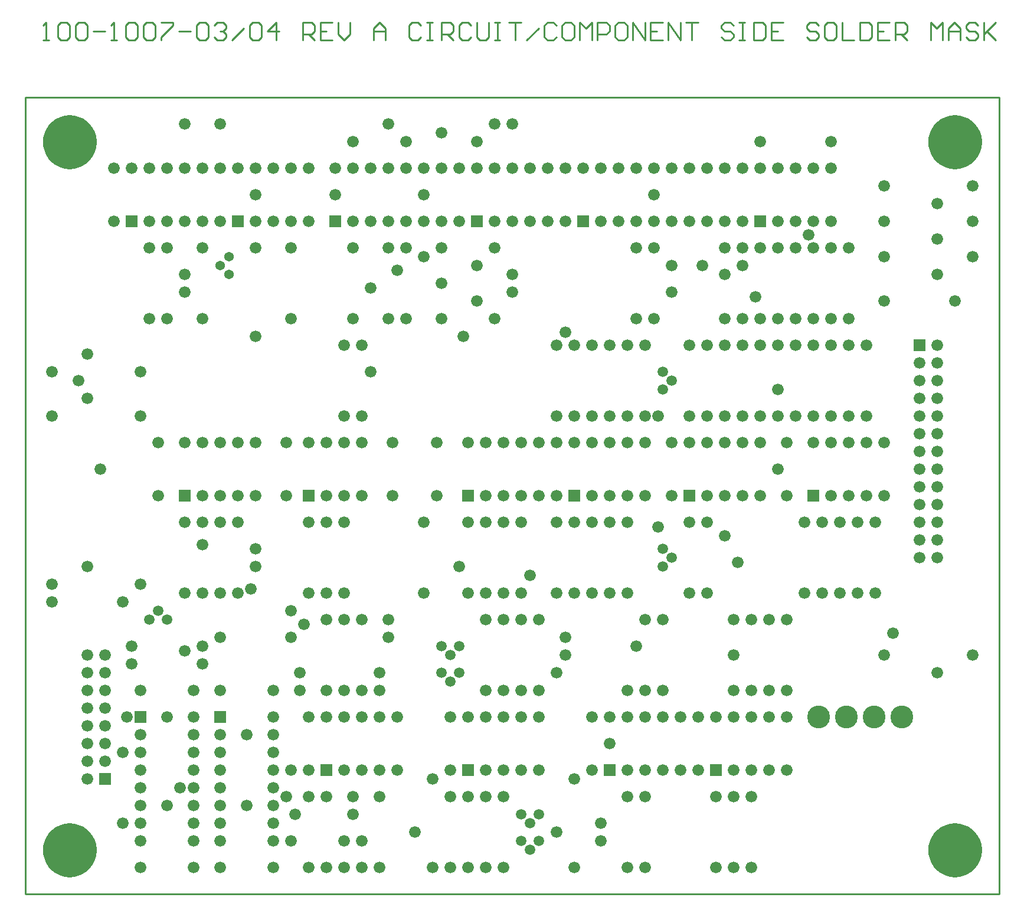
<source format=gbs>
*%FSLAX23Y23*%
*%MOIN*%
G01*
%ADD11C,0.006*%
%ADD12C,0.007*%
%ADD13C,0.008*%
%ADD14C,0.010*%
%ADD15C,0.012*%
%ADD16C,0.020*%
%ADD17C,0.032*%
%ADD18C,0.036*%
%ADD19C,0.050*%
%ADD20C,0.050*%
%ADD21C,0.052*%
%ADD22C,0.054*%
%ADD23C,0.055*%
%ADD24C,0.056*%
%ADD25C,0.059*%
%ADD26C,0.062*%
%ADD27C,0.066*%
%ADD28C,0.070*%
%ADD29C,0.090*%
%ADD30C,0.125*%
%ADD31C,0.129*%
%ADD32C,0.140*%
%ADD33C,0.160*%
%ADD34C,0.250*%
%ADD35R,0.062X0.062*%
%ADD36R,0.066X0.066*%
D14*
X6630Y10363D02*
X6663D01*
X6647D01*
Y10463D01*
X6648D01*
X6647D02*
X6630Y10446D01*
X6713D02*
X6730Y10463D01*
X6763D01*
X6780Y10446D01*
Y10380D01*
X6763Y10363D01*
X6730D01*
X6713Y10380D01*
Y10446D01*
X6813D02*
X6830Y10463D01*
X6863D01*
X6880Y10446D01*
Y10380D01*
X6863Y10363D01*
X6830D01*
X6813Y10380D01*
Y10446D01*
X6913Y10413D02*
X6980D01*
X7013Y10363D02*
X7047D01*
X7030D01*
Y10463D01*
X7031D01*
X7030D02*
X7013Y10446D01*
X7097D02*
X7113Y10463D01*
X7146D01*
X7163Y10446D01*
Y10380D01*
X7146Y10363D01*
X7113D01*
X7097Y10380D01*
Y10446D01*
X7196D02*
X7213Y10463D01*
X7246D01*
X7263Y10446D01*
Y10380D01*
X7246Y10363D01*
X7213D01*
X7196Y10380D01*
Y10446D01*
X7296Y10463D02*
X7363D01*
Y10446D01*
X7296Y10380D01*
Y10363D01*
X7396Y10413D02*
X7463D01*
X7496Y10446D02*
X7513Y10463D01*
X7546D01*
X7563Y10446D01*
Y10380D01*
X7546Y10363D01*
X7513D01*
X7496Y10380D01*
Y10446D01*
X7596D02*
X7613Y10463D01*
X7646D01*
X7663Y10446D01*
Y10430D01*
X7664D01*
X7663D02*
X7664D01*
X7663D02*
X7664D01*
X7663D02*
X7646Y10413D01*
X7630D01*
X7646D01*
X7663Y10396D01*
Y10380D01*
X7646Y10363D01*
X7613D01*
X7596Y10380D01*
X7696Y10363D02*
X7763Y10430D01*
X7796Y10446D02*
X7813Y10463D01*
X7846D01*
X7863Y10446D01*
Y10380D01*
X7846Y10363D01*
X7813D01*
X7796Y10380D01*
Y10446D01*
X7946Y10463D02*
Y10363D01*
X7896Y10413D02*
X7946Y10463D01*
X7963Y10413D02*
X7896D01*
X8096Y10363D02*
Y10463D01*
X8146D01*
X8163Y10446D01*
Y10413D01*
X8146Y10396D01*
X8096D01*
X8130D02*
X8163Y10363D01*
X8196Y10463D02*
X8263D01*
X8196D02*
Y10363D01*
X8263D01*
X8229Y10413D02*
X8196D01*
X8296Y10396D02*
Y10463D01*
Y10396D02*
X8329Y10363D01*
X8363Y10396D01*
Y10463D01*
X8496Y10430D02*
Y10363D01*
Y10430D02*
X8529Y10463D01*
X8563Y10430D01*
Y10363D01*
Y10413D01*
X8496D01*
X8746Y10463D02*
X8763Y10446D01*
X8746Y10463D02*
X8713D01*
X8696Y10446D01*
Y10380D01*
X8713Y10363D01*
X8746D01*
X8763Y10380D01*
X8796Y10463D02*
X8829D01*
X8813D01*
Y10363D01*
X8796D01*
X8829D01*
X8879D02*
Y10463D01*
X8929D01*
X8946Y10446D01*
Y10413D01*
X8929Y10396D01*
X8879D01*
X8913D02*
X8946Y10363D01*
X9046Y10446D02*
X9029Y10463D01*
X8996D01*
X8979Y10446D01*
Y10380D01*
X8996Y10363D01*
X9029D01*
X9046Y10380D01*
X9079D02*
Y10463D01*
Y10380D02*
X9096Y10363D01*
X9129D01*
X9146Y10380D01*
Y10463D01*
X9179D02*
X9212D01*
X9196D01*
Y10363D01*
X9179D01*
X9212D01*
X9262Y10463D02*
X9329D01*
X9296D01*
Y10363D01*
X9362D02*
X9429Y10430D01*
X9512Y10463D02*
X9529Y10446D01*
X9512Y10463D02*
X9479D01*
X9462Y10446D01*
Y10380D01*
X9479Y10363D01*
X9512D01*
X9529Y10380D01*
X9579Y10463D02*
X9612D01*
X9579D02*
X9562Y10446D01*
Y10380D01*
X9579Y10363D01*
X9612D01*
X9629Y10380D01*
Y10446D01*
X9612Y10463D01*
X9662D02*
Y10363D01*
X9696Y10430D02*
X9662Y10463D01*
X9696Y10430D02*
X9729Y10463D01*
Y10363D01*
X9762D02*
Y10463D01*
X9812D01*
X9829Y10446D01*
Y10413D01*
X9812Y10396D01*
X9762D01*
X9879Y10463D02*
X9912D01*
X9879D02*
X9862Y10446D01*
Y10380D01*
X9879Y10363D01*
X9912D01*
X9929Y10380D01*
Y10446D01*
X9912Y10463D01*
X9962D02*
Y10363D01*
X10029D02*
X9962Y10463D01*
X10029D02*
Y10363D01*
X10062Y10463D02*
X10129D01*
X10062D02*
Y10363D01*
X10129D01*
X10096Y10413D02*
X10062D01*
X10162Y10363D02*
Y10463D01*
X10229Y10363D01*
Y10463D01*
X10262D02*
X10329D01*
X10295D01*
Y10363D01*
X10512Y10463D02*
X10529Y10446D01*
X10512Y10463D02*
X10479D01*
X10462Y10446D01*
Y10430D01*
X10479Y10413D01*
X10512D01*
X10529Y10396D01*
Y10380D01*
X10512Y10363D01*
X10479D01*
X10462Y10380D01*
X10562Y10463D02*
X10595D01*
X10579D01*
Y10363D01*
X10562D01*
X10595D01*
X10645D02*
Y10463D01*
Y10363D02*
X10695D01*
X10712Y10380D01*
Y10446D01*
X10695Y10463D01*
X10645D01*
X10745D02*
X10812D01*
X10745D02*
Y10363D01*
X10812D01*
X10779Y10413D02*
X10745D01*
X10995Y10463D02*
X11012Y10446D01*
X10995Y10463D02*
X10962D01*
X10945Y10446D01*
Y10430D01*
X10962Y10413D01*
X10995D01*
X11012Y10396D01*
Y10380D01*
X10995Y10363D01*
X10962D01*
X10945Y10380D01*
X11062Y10463D02*
X11095D01*
X11062D02*
X11045Y10446D01*
Y10380D01*
X11062Y10363D01*
X11095D01*
X11112Y10380D01*
Y10446D01*
X11095Y10463D01*
X11145D02*
Y10363D01*
X11212D01*
X11245D02*
Y10463D01*
Y10363D02*
X11295D01*
X11312Y10380D01*
Y10446D01*
X11295Y10463D01*
X11245D01*
X11345D02*
X11412D01*
X11345D02*
Y10363D01*
X11412D01*
X11378Y10413D02*
X11345D01*
X11445Y10363D02*
Y10463D01*
X11495D01*
X11512Y10446D01*
Y10413D01*
X11495Y10396D01*
X11445D01*
X11478D02*
X11512Y10363D01*
X11645D02*
Y10463D01*
X11678Y10430D01*
X11712Y10463D01*
Y10363D01*
X11745D02*
Y10430D01*
X11778Y10463D01*
X11812Y10430D01*
Y10363D01*
Y10413D01*
X11745D01*
X11895Y10463D02*
X11912Y10446D01*
X11895Y10463D02*
X11862D01*
X11845Y10446D01*
Y10430D01*
X11862Y10413D01*
X11895D01*
X11912Y10396D01*
Y10380D01*
X11895Y10363D01*
X11862D01*
X11845Y10380D01*
X11945Y10363D02*
Y10463D01*
Y10396D02*
Y10363D01*
Y10396D02*
X12012Y10463D01*
X11962Y10413D01*
X12012Y10363D01*
X12030Y10038D02*
X6530D01*
Y5538D02*
X12030D01*
X6530D02*
Y10038D01*
X12030D02*
Y5538D01*
D20*
X11653Y9788D02*
X11654D01*
X11653D02*
X11653Y9778D01*
X11655Y9768D01*
X11657Y9758D01*
X11660Y9748D01*
X11663Y9738D01*
X11668Y9729D01*
X11673Y9720D01*
X11678Y9712D01*
X11685Y9704D01*
X11692Y9696D01*
X11700Y9690D01*
X11708Y9683D01*
X11716Y9678D01*
X11726Y9673D01*
X11735Y9669D01*
X11745Y9666D01*
X11755Y9664D01*
X11765Y9662D01*
X11775Y9661D01*
X11785D01*
X11795Y9662D01*
X11805Y9664D01*
X11815Y9666D01*
X11825Y9669D01*
X11834Y9673D01*
X11844Y9678D01*
X11852Y9683D01*
X11860Y9690D01*
X11868Y9696D01*
X11875Y9704D01*
X11882Y9712D01*
X11887Y9720D01*
X11892Y9729D01*
X11897Y9738D01*
X11900Y9748D01*
X11903Y9758D01*
X11905Y9768D01*
X11907Y9778D01*
X11907Y9788D01*
X11908D01*
X11907D02*
X11907Y9798D01*
X11905Y9808D01*
X11903Y9818D01*
X11900Y9828D01*
X11897Y9838D01*
X11892Y9847D01*
X11887Y9856D01*
X11882Y9864D01*
X11875Y9872D01*
X11868Y9880D01*
X11860Y9886D01*
X11852Y9893D01*
X11844Y9898D01*
X11834Y9903D01*
X11825Y9907D01*
X11815Y9910D01*
X11805Y9912D01*
X11795Y9914D01*
X11785Y9915D01*
X11775D01*
X11765Y9914D01*
X11755Y9912D01*
X11745Y9910D01*
X11735Y9907D01*
X11726Y9903D01*
X11716Y9898D01*
X11708Y9893D01*
X11700Y9886D01*
X11692Y9880D01*
X11685Y9872D01*
X11678Y9864D01*
X11673Y9856D01*
X11668Y9847D01*
X11663Y9838D01*
X11660Y9828D01*
X11657Y9818D01*
X11655Y9808D01*
X11653Y9798D01*
X11653Y9788D01*
X11701D02*
X11702D01*
X11701D02*
X11702Y9779D01*
X11703Y9770D01*
X11706Y9761D01*
X11709Y9753D01*
X11714Y9745D01*
X11719Y9737D01*
X11726Y9731D01*
X11733Y9725D01*
X11740Y9720D01*
X11749Y9715D01*
X11757Y9712D01*
X11766Y9710D01*
X11775Y9709D01*
X11785D01*
X11794Y9710D01*
X11803Y9712D01*
X11811Y9715D01*
X11820Y9720D01*
X11827Y9725D01*
X11834Y9731D01*
X11841Y9737D01*
X11846Y9745D01*
X11851Y9753D01*
X11854Y9761D01*
X11857Y9770D01*
X11858Y9779D01*
X11859Y9788D01*
X11860D01*
X11859D02*
X11858Y9797D01*
X11857Y9806D01*
X11854Y9815D01*
X11851Y9823D01*
X11846Y9831D01*
X11841Y9839D01*
X11834Y9845D01*
X11827Y9851D01*
X11820Y9856D01*
X11811Y9861D01*
X11803Y9864D01*
X11794Y9866D01*
X11785Y9867D01*
X11775D01*
X11766Y9866D01*
X11757Y9864D01*
X11749Y9861D01*
X11740Y9856D01*
X11733Y9851D01*
X11726Y9845D01*
X11719Y9839D01*
X11714Y9831D01*
X11709Y9823D01*
X11706Y9815D01*
X11703Y9806D01*
X11702Y9797D01*
X11701Y9788D01*
X11749D02*
X11750D01*
X11749D02*
X11750Y9782D01*
X11752Y9775D01*
X11755Y9770D01*
X11759Y9765D01*
X11764Y9761D01*
X11770Y9759D01*
X11777Y9757D01*
X11783D01*
X11790Y9759D01*
X11796Y9761D01*
X11801Y9765D01*
X11805Y9770D01*
X11808Y9775D01*
X11810Y9782D01*
X11811Y9788D01*
X11812D01*
X11811D02*
X11810Y9794D01*
X11808Y9801D01*
X11805Y9806D01*
X11801Y9811D01*
X11796Y9815D01*
X11790Y9817D01*
X11783Y9819D01*
X11777D01*
X11770Y9817D01*
X11764Y9815D01*
X11759Y9811D01*
X11755Y9806D01*
X11752Y9801D01*
X11750Y9794D01*
X11749Y9788D01*
X11780D02*
D03*
X11653Y5788D02*
X11654D01*
X11653D02*
X11653Y5778D01*
X11655Y5768D01*
X11657Y5758D01*
X11660Y5748D01*
X11663Y5738D01*
X11668Y5729D01*
X11673Y5720D01*
X11678Y5712D01*
X11685Y5704D01*
X11692Y5696D01*
X11700Y5690D01*
X11708Y5683D01*
X11716Y5678D01*
X11726Y5673D01*
X11735Y5669D01*
X11745Y5666D01*
X11755Y5664D01*
X11765Y5662D01*
X11775Y5661D01*
X11785D01*
X11795Y5662D01*
X11805Y5664D01*
X11815Y5666D01*
X11825Y5669D01*
X11834Y5673D01*
X11844Y5678D01*
X11852Y5683D01*
X11860Y5690D01*
X11868Y5696D01*
X11875Y5704D01*
X11882Y5712D01*
X11887Y5720D01*
X11892Y5729D01*
X11897Y5738D01*
X11900Y5748D01*
X11903Y5758D01*
X11905Y5768D01*
X11907Y5778D01*
X11907Y5788D01*
X11908D01*
X11907D02*
X11907Y5798D01*
X11905Y5808D01*
X11903Y5818D01*
X11900Y5828D01*
X11897Y5838D01*
X11892Y5847D01*
X11887Y5856D01*
X11882Y5864D01*
X11875Y5872D01*
X11868Y5880D01*
X11860Y5886D01*
X11852Y5893D01*
X11844Y5898D01*
X11834Y5903D01*
X11825Y5907D01*
X11815Y5910D01*
X11805Y5912D01*
X11795Y5914D01*
X11785Y5915D01*
X11775D01*
X11765Y5914D01*
X11755Y5912D01*
X11745Y5910D01*
X11735Y5907D01*
X11726Y5903D01*
X11716Y5898D01*
X11708Y5893D01*
X11700Y5886D01*
X11692Y5880D01*
X11685Y5872D01*
X11678Y5864D01*
X11673Y5856D01*
X11668Y5847D01*
X11663Y5838D01*
X11660Y5828D01*
X11657Y5818D01*
X11655Y5808D01*
X11653Y5798D01*
X11653Y5788D01*
X11701D02*
X11702D01*
X11701D02*
X11702Y5779D01*
X11703Y5770D01*
X11706Y5761D01*
X11709Y5753D01*
X11714Y5745D01*
X11719Y5737D01*
X11726Y5731D01*
X11733Y5725D01*
X11740Y5720D01*
X11749Y5715D01*
X11757Y5712D01*
X11766Y5710D01*
X11775Y5709D01*
X11785D01*
X11794Y5710D01*
X11803Y5712D01*
X11811Y5715D01*
X11820Y5720D01*
X11827Y5725D01*
X11834Y5731D01*
X11841Y5737D01*
X11846Y5745D01*
X11851Y5753D01*
X11854Y5761D01*
X11857Y5770D01*
X11858Y5779D01*
X11859Y5788D01*
X11860D01*
X11859D02*
X11858Y5797D01*
X11857Y5806D01*
X11854Y5815D01*
X11851Y5823D01*
X11846Y5831D01*
X11841Y5839D01*
X11834Y5845D01*
X11827Y5851D01*
X11820Y5856D01*
X11811Y5861D01*
X11803Y5864D01*
X11794Y5866D01*
X11785Y5867D01*
X11775D01*
X11766Y5866D01*
X11757Y5864D01*
X11749Y5861D01*
X11740Y5856D01*
X11733Y5851D01*
X11726Y5845D01*
X11719Y5839D01*
X11714Y5831D01*
X11709Y5823D01*
X11706Y5815D01*
X11703Y5806D01*
X11702Y5797D01*
X11701Y5788D01*
X11749D02*
X11750D01*
X11749D02*
X11750Y5782D01*
X11752Y5775D01*
X11755Y5770D01*
X11759Y5765D01*
X11764Y5761D01*
X11770Y5759D01*
X11777Y5757D01*
X11783D01*
X11790Y5759D01*
X11796Y5761D01*
X11801Y5765D01*
X11805Y5770D01*
X11808Y5775D01*
X11810Y5782D01*
X11811Y5788D01*
X11812D01*
X11811D02*
X11810Y5794D01*
X11808Y5801D01*
X11805Y5806D01*
X11801Y5811D01*
X11796Y5815D01*
X11790Y5817D01*
X11783Y5819D01*
X11777D01*
X11770Y5817D01*
X11764Y5815D01*
X11759Y5811D01*
X11755Y5806D01*
X11752Y5801D01*
X11750Y5794D01*
X11749Y5788D01*
X11780D02*
D03*
X6653Y9788D02*
X6654D01*
X6653D02*
X6653Y9778D01*
X6655Y9768D01*
X6657Y9758D01*
X6660Y9748D01*
X6663Y9738D01*
X6668Y9729D01*
X6673Y9720D01*
X6678Y9712D01*
X6685Y9704D01*
X6692Y9696D01*
X6700Y9690D01*
X6708Y9683D01*
X6716Y9678D01*
X6726Y9673D01*
X6735Y9669D01*
X6745Y9666D01*
X6755Y9664D01*
X6765Y9662D01*
X6775Y9661D01*
X6785D01*
X6795Y9662D01*
X6805Y9664D01*
X6815Y9666D01*
X6825Y9669D01*
X6834Y9673D01*
X6844Y9678D01*
X6852Y9683D01*
X6860Y9690D01*
X6868Y9696D01*
X6875Y9704D01*
X6882Y9712D01*
X6887Y9720D01*
X6892Y9729D01*
X6897Y9738D01*
X6900Y9748D01*
X6903Y9758D01*
X6905Y9768D01*
X6907Y9778D01*
X6907Y9788D01*
X6908D01*
X6907D02*
X6907Y9798D01*
X6905Y9808D01*
X6903Y9818D01*
X6900Y9828D01*
X6897Y9838D01*
X6892Y9847D01*
X6887Y9856D01*
X6882Y9864D01*
X6875Y9872D01*
X6868Y9880D01*
X6860Y9886D01*
X6852Y9893D01*
X6844Y9898D01*
X6834Y9903D01*
X6825Y9907D01*
X6815Y9910D01*
X6805Y9912D01*
X6795Y9914D01*
X6785Y9915D01*
X6775D01*
X6765Y9914D01*
X6755Y9912D01*
X6745Y9910D01*
X6735Y9907D01*
X6726Y9903D01*
X6716Y9898D01*
X6708Y9893D01*
X6700Y9886D01*
X6692Y9880D01*
X6685Y9872D01*
X6678Y9864D01*
X6673Y9856D01*
X6668Y9847D01*
X6663Y9838D01*
X6660Y9828D01*
X6657Y9818D01*
X6655Y9808D01*
X6653Y9798D01*
X6653Y9788D01*
X6701D02*
X6702D01*
X6701D02*
X6702Y9779D01*
X6703Y9770D01*
X6706Y9761D01*
X6709Y9753D01*
X6714Y9745D01*
X6719Y9737D01*
X6726Y9731D01*
X6733Y9725D01*
X6740Y9720D01*
X6749Y9715D01*
X6757Y9712D01*
X6766Y9710D01*
X6775Y9709D01*
X6785D01*
X6794Y9710D01*
X6803Y9712D01*
X6811Y9715D01*
X6820Y9720D01*
X6827Y9725D01*
X6834Y9731D01*
X6841Y9737D01*
X6846Y9745D01*
X6851Y9753D01*
X6854Y9761D01*
X6857Y9770D01*
X6858Y9779D01*
X6859Y9788D01*
X6860D01*
X6859D02*
X6858Y9797D01*
X6857Y9806D01*
X6854Y9815D01*
X6851Y9823D01*
X6846Y9831D01*
X6841Y9839D01*
X6834Y9845D01*
X6827Y9851D01*
X6820Y9856D01*
X6811Y9861D01*
X6803Y9864D01*
X6794Y9866D01*
X6785Y9867D01*
X6775D01*
X6766Y9866D01*
X6757Y9864D01*
X6749Y9861D01*
X6740Y9856D01*
X6733Y9851D01*
X6726Y9845D01*
X6719Y9839D01*
X6714Y9831D01*
X6709Y9823D01*
X6706Y9815D01*
X6703Y9806D01*
X6702Y9797D01*
X6701Y9788D01*
X6749D02*
X6750D01*
X6749D02*
X6750Y9782D01*
X6752Y9775D01*
X6755Y9770D01*
X6759Y9765D01*
X6764Y9761D01*
X6770Y9759D01*
X6777Y9757D01*
X6783D01*
X6790Y9759D01*
X6796Y9761D01*
X6801Y9765D01*
X6805Y9770D01*
X6808Y9775D01*
X6810Y9782D01*
X6811Y9788D01*
X6812D01*
X6811D02*
X6810Y9794D01*
X6808Y9801D01*
X6805Y9806D01*
X6801Y9811D01*
X6796Y9815D01*
X6790Y9817D01*
X6783Y9819D01*
X6777D01*
X6770Y9817D01*
X6764Y9815D01*
X6759Y9811D01*
X6755Y9806D01*
X6752Y9801D01*
X6750Y9794D01*
X6749Y9788D01*
X6780D02*
D03*
X6653Y5788D02*
X6654D01*
X6653D02*
X6653Y5778D01*
X6655Y5768D01*
X6657Y5758D01*
X6660Y5748D01*
X6663Y5738D01*
X6668Y5729D01*
X6673Y5720D01*
X6678Y5712D01*
X6685Y5704D01*
X6692Y5696D01*
X6700Y5690D01*
X6708Y5683D01*
X6716Y5678D01*
X6726Y5673D01*
X6735Y5669D01*
X6745Y5666D01*
X6755Y5664D01*
X6765Y5662D01*
X6775Y5661D01*
X6785D01*
X6795Y5662D01*
X6805Y5664D01*
X6815Y5666D01*
X6825Y5669D01*
X6834Y5673D01*
X6844Y5678D01*
X6852Y5683D01*
X6860Y5690D01*
X6868Y5696D01*
X6875Y5704D01*
X6882Y5712D01*
X6887Y5720D01*
X6892Y5729D01*
X6897Y5738D01*
X6900Y5748D01*
X6903Y5758D01*
X6905Y5768D01*
X6907Y5778D01*
X6907Y5788D01*
X6908D01*
X6907D02*
X6907Y5798D01*
X6905Y5808D01*
X6903Y5818D01*
X6900Y5828D01*
X6897Y5838D01*
X6892Y5847D01*
X6887Y5856D01*
X6882Y5864D01*
X6875Y5872D01*
X6868Y5880D01*
X6860Y5886D01*
X6852Y5893D01*
X6844Y5898D01*
X6834Y5903D01*
X6825Y5907D01*
X6815Y5910D01*
X6805Y5912D01*
X6795Y5914D01*
X6785Y5915D01*
X6775D01*
X6765Y5914D01*
X6755Y5912D01*
X6745Y5910D01*
X6735Y5907D01*
X6726Y5903D01*
X6716Y5898D01*
X6708Y5893D01*
X6700Y5886D01*
X6692Y5880D01*
X6685Y5872D01*
X6678Y5864D01*
X6673Y5856D01*
X6668Y5847D01*
X6663Y5838D01*
X6660Y5828D01*
X6657Y5818D01*
X6655Y5808D01*
X6653Y5798D01*
X6653Y5788D01*
X6701D02*
X6702D01*
X6701D02*
X6702Y5779D01*
X6703Y5770D01*
X6706Y5761D01*
X6709Y5753D01*
X6714Y5745D01*
X6719Y5737D01*
X6726Y5731D01*
X6733Y5725D01*
X6740Y5720D01*
X6749Y5715D01*
X6757Y5712D01*
X6766Y5710D01*
X6775Y5709D01*
X6785D01*
X6794Y5710D01*
X6803Y5712D01*
X6811Y5715D01*
X6820Y5720D01*
X6827Y5725D01*
X6834Y5731D01*
X6841Y5737D01*
X6846Y5745D01*
X6851Y5753D01*
X6854Y5761D01*
X6857Y5770D01*
X6858Y5779D01*
X6859Y5788D01*
X6860D01*
X6859D02*
X6858Y5797D01*
X6857Y5806D01*
X6854Y5815D01*
X6851Y5823D01*
X6846Y5831D01*
X6841Y5839D01*
X6834Y5845D01*
X6827Y5851D01*
X6820Y5856D01*
X6811Y5861D01*
X6803Y5864D01*
X6794Y5866D01*
X6785Y5867D01*
X6775D01*
X6766Y5866D01*
X6757Y5864D01*
X6749Y5861D01*
X6740Y5856D01*
X6733Y5851D01*
X6726Y5845D01*
X6719Y5839D01*
X6714Y5831D01*
X6709Y5823D01*
X6706Y5815D01*
X6703Y5806D01*
X6702Y5797D01*
X6701Y5788D01*
X6749D02*
X6750D01*
X6749D02*
X6750Y5782D01*
X6752Y5775D01*
X6755Y5770D01*
X6759Y5765D01*
X6764Y5761D01*
X6770Y5759D01*
X6777Y5757D01*
X6783D01*
X6790Y5759D01*
X6796Y5761D01*
X6801Y5765D01*
X6805Y5770D01*
X6808Y5775D01*
X6810Y5782D01*
X6811Y5788D01*
X6812D01*
X6811D02*
X6810Y5794D01*
X6808Y5801D01*
X6805Y5806D01*
X6801Y5811D01*
X6796Y5815D01*
X6790Y5817D01*
X6783Y5819D01*
X6777D01*
X6770Y5817D01*
X6764Y5815D01*
X6759Y5811D01*
X6755Y5806D01*
X6752Y5801D01*
X6750Y5794D01*
X6749Y5788D01*
X6780D02*
D03*
D22*
X7680Y9138D02*
D03*
X7630Y9088D02*
D03*
X7680Y9038D02*
D03*
D25*
X10130Y8388D02*
D03*
Y8488D02*
D03*
X10180Y8438D02*
D03*
X8880Y6938D02*
D03*
X8980D02*
D03*
X8930Y6888D02*
D03*
X8880Y6788D02*
D03*
X8980D02*
D03*
X8930Y6738D02*
D03*
X10130Y7388D02*
D03*
Y7488D02*
D03*
X10180Y7438D02*
D03*
X9330Y5988D02*
D03*
X9430D02*
D03*
X9380Y5938D02*
D03*
X9330Y5838D02*
D03*
X9430D02*
D03*
X9380Y5788D02*
D03*
X7230Y7088D02*
D03*
X7280Y7138D02*
D03*
X7330Y7088D02*
D03*
D27*
X11430Y7013D02*
D03*
X10955Y9263D02*
D03*
X10780Y8388D02*
D03*
Y7938D02*
D03*
X10655Y8913D02*
D03*
X10580Y9088D02*
D03*
X10480Y9038D02*
D03*
X10555Y7413D02*
D03*
X10480Y7563D02*
D03*
X10530Y6888D02*
D03*
X10355Y9088D02*
D03*
X10080Y9488D02*
D03*
X10105Y8238D02*
D03*
Y7613D02*
D03*
X9980Y6938D02*
D03*
X9930Y6688D02*
D03*
X9830Y6388D02*
D03*
X9580Y8713D02*
D03*
X9530Y6788D02*
D03*
X9380Y7338D02*
D03*
X8880Y9838D02*
D03*
X9005Y8688D02*
D03*
X8880Y8988D02*
D03*
X8980Y7388D02*
D03*
X8780Y9488D02*
D03*
Y9138D02*
D03*
X8580Y9888D02*
D03*
X8480Y8488D02*
D03*
X8630Y9063D02*
D03*
X8480Y8963D02*
D03*
X8380Y9788D02*
D03*
X8280Y9488D02*
D03*
X8105Y7063D02*
D03*
X8030Y7138D02*
D03*
X8055Y5988D02*
D03*
X8005Y6088D02*
D03*
X7830Y9488D02*
D03*
X7780Y6438D02*
D03*
X7805Y7263D02*
D03*
X7780Y6038D02*
D03*
X7530Y7513D02*
D03*
X7430Y6913D02*
D03*
X7405Y6138D02*
D03*
X7330Y6538D02*
D03*
Y6038D02*
D03*
X7105Y6538D02*
D03*
X6955Y7938D02*
D03*
X6830Y8438D02*
D03*
X8330Y7638D02*
D03*
Y7238D02*
D03*
X11880Y9338D02*
D03*
X11380D02*
D03*
X11680Y9238D02*
D03*
X11880Y9538D02*
D03*
X11380D02*
D03*
X11680Y9438D02*
D03*
X11880Y9138D02*
D03*
X11380D02*
D03*
X11680Y9038D02*
D03*
X11880Y6888D02*
D03*
X11380D02*
D03*
X11680Y6788D02*
D03*
X10580Y9638D02*
D03*
Y9338D02*
D03*
X10480D02*
D03*
Y9638D02*
D03*
X11080Y9338D02*
D03*
Y9638D02*
D03*
X10780Y9338D02*
D03*
X10880D02*
D03*
X10980D02*
D03*
Y9638D02*
D03*
X10880D02*
D03*
X10780D02*
D03*
X10680D02*
D03*
X11080Y9788D02*
D03*
X10680D02*
D03*
X10480Y8238D02*
D03*
Y8638D02*
D03*
X10580D02*
D03*
Y8238D02*
D03*
X10680Y8638D02*
D03*
Y8238D02*
D03*
X10980Y8788D02*
D03*
Y9188D02*
D03*
X10780Y8788D02*
D03*
Y9188D02*
D03*
X11180Y8788D02*
D03*
Y9188D02*
D03*
X11080Y8788D02*
D03*
Y9188D02*
D03*
X10880Y8788D02*
D03*
Y9188D02*
D03*
X10680Y8788D02*
D03*
Y9188D02*
D03*
X10580D02*
D03*
Y8788D02*
D03*
X10480Y9188D02*
D03*
Y8788D02*
D03*
X11380Y8888D02*
D03*
X11780D02*
D03*
X10380Y7788D02*
D03*
X10480D02*
D03*
X10580D02*
D03*
Y8088D02*
D03*
X10480D02*
D03*
X10380D02*
D03*
X10280D02*
D03*
X10680Y7788D02*
D03*
Y8088D02*
D03*
X10830D02*
D03*
Y7788D02*
D03*
X11380D02*
D03*
Y8088D02*
D03*
X11680Y8638D02*
D03*
X11580Y8538D02*
D03*
X11680D02*
D03*
X11580Y8438D02*
D03*
X11680D02*
D03*
X11580Y8338D02*
D03*
X11680D02*
D03*
X11580Y8238D02*
D03*
X11680D02*
D03*
X11580Y8138D02*
D03*
X11680D02*
D03*
X11580Y8038D02*
D03*
X11680D02*
D03*
X11580Y7938D02*
D03*
X11680D02*
D03*
X11580Y7838D02*
D03*
X11680D02*
D03*
X11580Y7738D02*
D03*
X11680D02*
D03*
X11580Y7638D02*
D03*
X11680D02*
D03*
X11580Y7538D02*
D03*
X11680D02*
D03*
X11580Y7438D02*
D03*
X11680D02*
D03*
X10380Y8638D02*
D03*
Y8238D02*
D03*
X10280D02*
D03*
Y8638D02*
D03*
X10980Y8088D02*
D03*
X11080D02*
D03*
X11180D02*
D03*
X11280D02*
D03*
Y7788D02*
D03*
X11180D02*
D03*
X11080D02*
D03*
X11280Y8638D02*
D03*
Y8238D02*
D03*
X11180Y8638D02*
D03*
Y8238D02*
D03*
X11080Y8638D02*
D03*
Y8238D02*
D03*
X10980D02*
D03*
Y8638D02*
D03*
X10880Y8238D02*
D03*
Y8638D02*
D03*
X10780D02*
D03*
Y8238D02*
D03*
X10230Y6238D02*
D03*
Y6538D02*
D03*
X10730Y7088D02*
D03*
Y6688D02*
D03*
X10630D02*
D03*
Y7088D02*
D03*
X10530D02*
D03*
Y6688D02*
D03*
X10830D02*
D03*
Y7088D02*
D03*
X10330Y6538D02*
D03*
Y6238D02*
D03*
X10830D02*
D03*
Y6538D02*
D03*
X10530Y6238D02*
D03*
X10630D02*
D03*
X10730D02*
D03*
Y6538D02*
D03*
X10630D02*
D03*
X10530D02*
D03*
X10430D02*
D03*
X10280Y7638D02*
D03*
Y7238D02*
D03*
X10380Y7638D02*
D03*
Y7238D02*
D03*
X11030D02*
D03*
Y7638D02*
D03*
X11130Y7238D02*
D03*
Y7638D02*
D03*
X11230Y7238D02*
D03*
Y7638D02*
D03*
X11330Y7238D02*
D03*
Y7638D02*
D03*
X10930Y7238D02*
D03*
Y7638D02*
D03*
X10630Y5688D02*
D03*
Y6088D02*
D03*
X10430Y5688D02*
D03*
Y6088D02*
D03*
X10530Y5688D02*
D03*
Y6088D02*
D03*
X9180Y9888D02*
D03*
X9280D02*
D03*
X8680Y9788D02*
D03*
X9080D02*
D03*
X9580Y9638D02*
D03*
Y9338D02*
D03*
X9780D02*
D03*
X9880D02*
D03*
X9980D02*
D03*
X10080D02*
D03*
X10180D02*
D03*
X10280D02*
D03*
X10380D02*
D03*
Y9638D02*
D03*
X10280D02*
D03*
X10180D02*
D03*
X10080D02*
D03*
X9980D02*
D03*
X9880D02*
D03*
X9780D02*
D03*
X9680D02*
D03*
X9480Y9338D02*
D03*
Y9638D02*
D03*
X8980D02*
D03*
Y9338D02*
D03*
X9080Y9638D02*
D03*
X9180D02*
D03*
X9280D02*
D03*
X9380D02*
D03*
Y9338D02*
D03*
X9280D02*
D03*
X9180D02*
D03*
X9080Y8888D02*
D03*
Y9088D02*
D03*
X9280Y8938D02*
D03*
Y9038D02*
D03*
X9180Y8788D02*
D03*
Y9188D02*
D03*
X8880D02*
D03*
Y8788D02*
D03*
X8680D02*
D03*
Y9188D02*
D03*
X10180Y9088D02*
D03*
Y8938D02*
D03*
X10080Y9188D02*
D03*
Y8788D02*
D03*
X9980D02*
D03*
Y9188D02*
D03*
X10180Y8088D02*
D03*
Y7788D02*
D03*
X10030D02*
D03*
Y8088D02*
D03*
X9630D02*
D03*
X9730D02*
D03*
X9830D02*
D03*
X9930D02*
D03*
Y7788D02*
D03*
X9830D02*
D03*
X9730D02*
D03*
X9530Y8088D02*
D03*
Y7788D02*
D03*
X9930Y8238D02*
D03*
Y8638D02*
D03*
X9830D02*
D03*
Y8238D02*
D03*
X9730Y8638D02*
D03*
Y8238D02*
D03*
X9630Y8638D02*
D03*
Y8238D02*
D03*
X9530D02*
D03*
Y8638D02*
D03*
X9430Y7788D02*
D03*
Y8088D02*
D03*
X9030D02*
D03*
X9130D02*
D03*
X9230D02*
D03*
X9330D02*
D03*
Y7788D02*
D03*
X9230D02*
D03*
X9130D02*
D03*
X10030Y8638D02*
D03*
Y8238D02*
D03*
X8855Y8088D02*
D03*
Y7788D02*
D03*
X8780Y7238D02*
D03*
Y7638D02*
D03*
X9230Y6688D02*
D03*
Y7088D02*
D03*
X9580Y6988D02*
D03*
Y6888D02*
D03*
X9130Y6688D02*
D03*
Y7088D02*
D03*
X9430Y6688D02*
D03*
Y7088D02*
D03*
X9330Y6688D02*
D03*
Y7088D02*
D03*
X10030D02*
D03*
Y6688D02*
D03*
X10130D02*
D03*
Y7088D02*
D03*
X9730Y6538D02*
D03*
Y6238D02*
D03*
X9830Y6538D02*
D03*
X9930D02*
D03*
X10030D02*
D03*
X10130D02*
D03*
Y6238D02*
D03*
X10030D02*
D03*
X9930D02*
D03*
Y7238D02*
D03*
Y7638D02*
D03*
X9830D02*
D03*
Y7238D02*
D03*
X9730Y7638D02*
D03*
Y7238D02*
D03*
X9630D02*
D03*
Y7638D02*
D03*
X9530D02*
D03*
Y7238D02*
D03*
X9330Y7638D02*
D03*
Y7238D02*
D03*
X9230Y7638D02*
D03*
Y7238D02*
D03*
X9030D02*
D03*
Y7638D02*
D03*
X9130Y7238D02*
D03*
Y7638D02*
D03*
Y6238D02*
D03*
X9230D02*
D03*
X9330D02*
D03*
Y6538D02*
D03*
X9230D02*
D03*
X9130D02*
D03*
X9030D02*
D03*
X9430Y6238D02*
D03*
Y6538D02*
D03*
X8930D02*
D03*
Y6238D02*
D03*
X9780Y5938D02*
D03*
Y5838D02*
D03*
X9230Y6088D02*
D03*
Y5688D02*
D03*
X9130Y6088D02*
D03*
Y5688D02*
D03*
X9030D02*
D03*
Y6088D02*
D03*
X8930D02*
D03*
Y5688D02*
D03*
X9930D02*
D03*
Y6088D02*
D03*
X10030D02*
D03*
Y5688D02*
D03*
X9530Y5888D02*
D03*
X9630Y6188D02*
D03*
Y5688D02*
D03*
X8730Y5888D02*
D03*
X8830Y6188D02*
D03*
Y5688D02*
D03*
X7430Y9888D02*
D03*
X7630D02*
D03*
X7530Y9338D02*
D03*
Y9638D02*
D03*
X7630D02*
D03*
Y9338D02*
D03*
X8130D02*
D03*
Y9638D02*
D03*
X7230Y9338D02*
D03*
X7330D02*
D03*
X7430D02*
D03*
Y9638D02*
D03*
X7330D02*
D03*
X7230D02*
D03*
X7130D02*
D03*
X7830Y9338D02*
D03*
X7930D02*
D03*
X8030D02*
D03*
Y9638D02*
D03*
X7930D02*
D03*
X7830D02*
D03*
X7730D02*
D03*
X8380Y9338D02*
D03*
X8480D02*
D03*
X8580D02*
D03*
X8680D02*
D03*
X8780D02*
D03*
X8880D02*
D03*
Y9638D02*
D03*
X8780D02*
D03*
X8680D02*
D03*
X8580D02*
D03*
X8480D02*
D03*
X8380D02*
D03*
X8280D02*
D03*
X8330Y8638D02*
D03*
Y8238D02*
D03*
X8430Y8638D02*
D03*
Y8238D02*
D03*
X8330Y7788D02*
D03*
X8430D02*
D03*
Y8088D02*
D03*
X8330D02*
D03*
X8230D02*
D03*
X8130D02*
D03*
X8230Y7788D02*
D03*
X7430Y9038D02*
D03*
Y8938D02*
D03*
X7530Y9188D02*
D03*
Y8788D02*
D03*
X7330D02*
D03*
Y9188D02*
D03*
X7230Y8788D02*
D03*
Y9188D02*
D03*
X8030D02*
D03*
Y8788D02*
D03*
X8380Y9188D02*
D03*
Y8788D02*
D03*
X7830Y9188D02*
D03*
Y8688D02*
D03*
Y7788D02*
D03*
Y8088D02*
D03*
X7530Y7788D02*
D03*
X7630D02*
D03*
X7730D02*
D03*
Y8088D02*
D03*
X7630D02*
D03*
X7530D02*
D03*
X7430D02*
D03*
X7280D02*
D03*
Y7788D02*
D03*
X8580Y8788D02*
D03*
Y9188D02*
D03*
X8005Y8088D02*
D03*
Y7788D02*
D03*
X8605D02*
D03*
Y8088D02*
D03*
X8130Y7238D02*
D03*
Y7638D02*
D03*
X8230Y7238D02*
D03*
Y7638D02*
D03*
X8530Y6788D02*
D03*
Y6688D02*
D03*
X8030Y5838D02*
D03*
Y6238D02*
D03*
X8580Y6988D02*
D03*
Y7088D02*
D03*
X8080Y6688D02*
D03*
Y6788D02*
D03*
X8030Y6988D02*
D03*
X7630D02*
D03*
X7530Y6838D02*
D03*
X7130D02*
D03*
X7830Y7488D02*
D03*
Y7388D02*
D03*
X7430Y7638D02*
D03*
Y7238D02*
D03*
X7730Y7638D02*
D03*
Y7238D02*
D03*
X7630Y7638D02*
D03*
Y7238D02*
D03*
X8430Y7088D02*
D03*
Y6688D02*
D03*
X8330Y7088D02*
D03*
Y6688D02*
D03*
X8230Y7088D02*
D03*
Y6688D02*
D03*
Y6538D02*
D03*
X8330D02*
D03*
X8430D02*
D03*
X8530D02*
D03*
Y6238D02*
D03*
X8430D02*
D03*
X8330D02*
D03*
X8630D02*
D03*
Y6538D02*
D03*
X8130D02*
D03*
Y6238D02*
D03*
X7930Y6688D02*
D03*
X7630D02*
D03*
Y6438D02*
D03*
Y6338D02*
D03*
Y6238D02*
D03*
Y6138D02*
D03*
Y6038D02*
D03*
Y5938D02*
D03*
Y5838D02*
D03*
X7930D02*
D03*
Y5938D02*
D03*
Y6038D02*
D03*
Y6138D02*
D03*
Y6238D02*
D03*
Y6338D02*
D03*
Y6438D02*
D03*
Y6538D02*
D03*
X7180Y6438D02*
D03*
Y6338D02*
D03*
Y6238D02*
D03*
Y6138D02*
D03*
Y6038D02*
D03*
Y5938D02*
D03*
Y5838D02*
D03*
X7480D02*
D03*
Y5938D02*
D03*
Y6038D02*
D03*
Y6138D02*
D03*
Y6238D02*
D03*
Y6338D02*
D03*
Y6438D02*
D03*
Y6538D02*
D03*
X7180Y6688D02*
D03*
X7480D02*
D03*
X7530Y7638D02*
D03*
Y7238D02*
D03*
Y6938D02*
D03*
X7130D02*
D03*
X8330Y5838D02*
D03*
X8430D02*
D03*
X8380Y5988D02*
D03*
Y6088D02*
D03*
X8430Y5688D02*
D03*
X8330D02*
D03*
X8130Y6088D02*
D03*
Y5688D02*
D03*
X8230Y6088D02*
D03*
Y5688D02*
D03*
X8530Y6088D02*
D03*
Y5688D02*
D03*
X7930D02*
D03*
X7630D02*
D03*
X7480D02*
D03*
X7180D02*
D03*
X7030Y9638D02*
D03*
Y9338D02*
D03*
X6680Y8488D02*
D03*
X7180D02*
D03*
X6880Y8588D02*
D03*
X6680Y8238D02*
D03*
X7180D02*
D03*
X6880Y8338D02*
D03*
Y6188D02*
D03*
X6980Y6288D02*
D03*
X6880D02*
D03*
X6980Y6388D02*
D03*
X6880D02*
D03*
X6980Y6488D02*
D03*
X6880D02*
D03*
X6980Y6588D02*
D03*
X6880D02*
D03*
X6980Y6688D02*
D03*
X6880D02*
D03*
X6980Y6788D02*
D03*
X6880D02*
D03*
X6980Y6888D02*
D03*
X6880D02*
D03*
X7080Y7188D02*
D03*
X6680D02*
D03*
X6880Y7388D02*
D03*
X7180Y7288D02*
D03*
X6680D02*
D03*
X7080Y6338D02*
D03*
Y5938D02*
D03*
D31*
X11480Y6538D02*
D03*
X11012D02*
D03*
X11168D02*
D03*
X11324D02*
D03*
D36*
X10680Y9338D02*
D03*
X10280Y7788D02*
D03*
X11580Y8638D02*
D03*
X10980Y7788D02*
D03*
X10430Y6238D02*
D03*
X9680Y9338D02*
D03*
X9080D02*
D03*
X9630Y7788D02*
D03*
X9030D02*
D03*
X9830Y6238D02*
D03*
X9030D02*
D03*
X7130Y9338D02*
D03*
X7730D02*
D03*
X8280D02*
D03*
X8130Y7788D02*
D03*
X7430D02*
D03*
X8230Y6238D02*
D03*
X7630Y6538D02*
D03*
X7180D02*
D03*
X6980Y6188D02*
D03*
M02*

</source>
